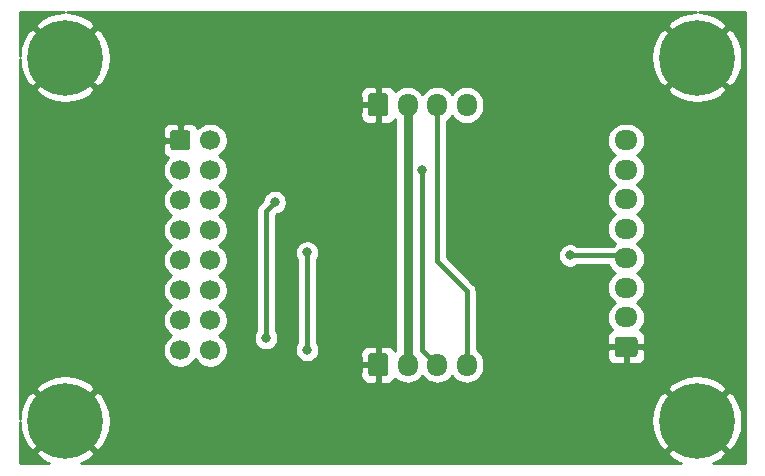
<source format=gbr>
%TF.GenerationSoftware,KiCad,Pcbnew,5.1.12-84ad8e8a86~92~ubuntu20.04.1*%
%TF.CreationDate,2022-01-08T10:03:16+01:00*%
%TF.ProjectId,message_display_interface,6d657373-6167-4655-9f64-6973706c6179,rev?*%
%TF.SameCoordinates,Original*%
%TF.FileFunction,Copper,L2,Bot*%
%TF.FilePolarity,Positive*%
%FSLAX46Y46*%
G04 Gerber Fmt 4.6, Leading zero omitted, Abs format (unit mm)*
G04 Created by KiCad (PCBNEW 5.1.12-84ad8e8a86~92~ubuntu20.04.1) date 2022-01-08 10:03:16*
%MOMM*%
%LPD*%
G01*
G04 APERTURE LIST*
%TA.AperFunction,ComponentPad*%
%ADD10C,6.400000*%
%TD*%
%TA.AperFunction,ComponentPad*%
%ADD11O,1.700000X1.950000*%
%TD*%
%TA.AperFunction,ComponentPad*%
%ADD12O,1.950000X1.700000*%
%TD*%
%TA.AperFunction,ComponentPad*%
%ADD13C,1.700000*%
%TD*%
%TA.AperFunction,ViaPad*%
%ADD14C,0.800000*%
%TD*%
%TA.AperFunction,Conductor*%
%ADD15C,0.800000*%
%TD*%
%TA.AperFunction,Conductor*%
%ADD16C,0.400000*%
%TD*%
%TA.AperFunction,Conductor*%
%ADD17C,0.254000*%
%TD*%
%TA.AperFunction,Conductor*%
%ADD18C,0.100000*%
%TD*%
G04 APERTURE END LIST*
D10*
%TO.P,H4,1*%
%TO.N,GND*%
X177750000Y-88750000D03*
%TD*%
%TO.P,H3,1*%
%TO.N,GND*%
X177750000Y-58000000D03*
%TD*%
%TO.P,H2,1*%
%TO.N,GND*%
X124250000Y-88750000D03*
%TD*%
%TO.P,H1,1*%
%TO.N,GND*%
X124250000Y-58000000D03*
%TD*%
D11*
%TO.P,J4,4*%
%TO.N,/LED_OUT*%
X158250000Y-62000000D03*
%TO.P,J4,3*%
%TO.N,Net-(J3-Pad4)*%
X155750000Y-62000000D03*
%TO.P,J4,2*%
%TO.N,VCC*%
X153250000Y-62000000D03*
%TO.P,J4,1*%
%TO.N,GND*%
%TA.AperFunction,ComponentPad*%
G36*
G01*
X149900000Y-62725000D02*
X149900000Y-61275000D01*
G75*
G02*
X150150000Y-61025000I250000J0D01*
G01*
X151350000Y-61025000D01*
G75*
G02*
X151600000Y-61275000I0J-250000D01*
G01*
X151600000Y-62725000D01*
G75*
G02*
X151350000Y-62975000I-250000J0D01*
G01*
X150150000Y-62975000D01*
G75*
G02*
X149900000Y-62725000I0J250000D01*
G01*
G37*
%TD.AperFunction*%
%TD*%
%TO.P,J3,4*%
%TO.N,Net-(J3-Pad4)*%
X158250000Y-84000000D03*
%TO.P,J3,3*%
%TO.N,/LED_IN*%
X155750000Y-84000000D03*
%TO.P,J3,2*%
%TO.N,VCC*%
X153250000Y-84000000D03*
%TO.P,J3,1*%
%TO.N,GND*%
%TA.AperFunction,ComponentPad*%
G36*
G01*
X149900000Y-84725000D02*
X149900000Y-83275000D01*
G75*
G02*
X150150000Y-83025000I250000J0D01*
G01*
X151350000Y-83025000D01*
G75*
G02*
X151600000Y-83275000I0J-250000D01*
G01*
X151600000Y-84725000D01*
G75*
G02*
X151350000Y-84975000I-250000J0D01*
G01*
X150150000Y-84975000D01*
G75*
G02*
X149900000Y-84725000I0J250000D01*
G01*
G37*
%TD.AperFunction*%
%TD*%
D12*
%TO.P,J1,8*%
%TO.N,/LED_OUT*%
X171750000Y-65000000D03*
%TO.P,J1,7*%
%TO.N,/LED_IN*%
X171750000Y-67500000D03*
%TO.P,J1,6*%
%TO.N,/MD_DOUT*%
X171750000Y-70000000D03*
%TO.P,J1,5*%
%TO.N,/MD_STROBE*%
X171750000Y-72500000D03*
%TO.P,J1,4*%
%TO.N,/MD_CLK*%
X171750000Y-75000000D03*
%TO.P,J1,3*%
%TO.N,/MD_OE*%
X171750000Y-77500000D03*
%TO.P,J1,2*%
%TO.N,VCC*%
X171750000Y-80000000D03*
%TO.P,J1,1*%
%TO.N,GND*%
%TA.AperFunction,ComponentPad*%
G36*
G01*
X172475000Y-83350000D02*
X171025000Y-83350000D01*
G75*
G02*
X170775000Y-83100000I0J250000D01*
G01*
X170775000Y-81900000D01*
G75*
G02*
X171025000Y-81650000I250000J0D01*
G01*
X172475000Y-81650000D01*
G75*
G02*
X172725000Y-81900000I0J-250000D01*
G01*
X172725000Y-83100000D01*
G75*
G02*
X172475000Y-83350000I-250000J0D01*
G01*
G37*
%TD.AperFunction*%
%TD*%
D13*
%TO.P,J2,16*%
%TO.N,/MD_DOUT*%
X136540000Y-82780000D03*
%TO.P,J2,14*%
%TO.N,Net-(J2-Pad10)*%
X136540000Y-80240000D03*
%TO.P,J2,12*%
X136540000Y-77700000D03*
%TO.P,J2,10*%
X136540000Y-75160000D03*
%TO.P,J2,8*%
%TO.N,/MD_OE*%
X136540000Y-72620000D03*
%TO.P,J2,6*%
%TO.N,Net-(J2-Pad6)*%
X136540000Y-70080000D03*
%TO.P,J2,4*%
%TO.N,Net-(J2-Pad4)*%
X136540000Y-67540000D03*
%TO.P,J2,2*%
%TO.N,VCC*%
X136540000Y-65000000D03*
%TO.P,J2,15*%
%TO.N,/MD_CLK*%
X134000000Y-82780000D03*
%TO.P,J2,13*%
%TO.N,Net-(J2-Pad10)*%
X134000000Y-80240000D03*
%TO.P,J2,11*%
X134000000Y-77700000D03*
%TO.P,J2,9*%
X134000000Y-75160000D03*
%TO.P,J2,7*%
%TO.N,/MD_STROBE*%
X134000000Y-72620000D03*
%TO.P,J2,5*%
%TO.N,Net-(J2-Pad5)*%
X134000000Y-70080000D03*
%TO.P,J2,3*%
%TO.N,Net-(J2-Pad10)*%
X134000000Y-67540000D03*
%TO.P,J2,1*%
%TO.N,GND*%
%TA.AperFunction,ComponentPad*%
G36*
G01*
X133150000Y-65600000D02*
X133150000Y-64400000D01*
G75*
G02*
X133400000Y-64150000I250000J0D01*
G01*
X134600000Y-64150000D01*
G75*
G02*
X134850000Y-64400000I0J-250000D01*
G01*
X134850000Y-65600000D01*
G75*
G02*
X134600000Y-65850000I-250000J0D01*
G01*
X133400000Y-65850000D01*
G75*
G02*
X133150000Y-65600000I0J250000D01*
G01*
G37*
%TD.AperFunction*%
%TD*%
D14*
%TO.N,/LED_IN*%
X154500000Y-67500000D03*
%TO.N,/MD_DOUT*%
X142000000Y-70250000D03*
X141250000Y-81750000D03*
%TO.N,/MD_CLK*%
X144750000Y-82750000D03*
X144750000Y-74500000D03*
X167000000Y-74750000D03*
%TD*%
D15*
%TO.N,VCC*%
X153250000Y-62000000D02*
X153250000Y-84000000D01*
D16*
%TO.N,/LED_IN*%
X154500000Y-82750000D02*
X155750000Y-84000000D01*
X154500000Y-67500000D02*
X154500000Y-82750000D01*
%TO.N,/MD_DOUT*%
X141250000Y-71000000D02*
X141250000Y-81750000D01*
X142000000Y-70250000D02*
X141250000Y-71000000D01*
%TO.N,/MD_CLK*%
X144750000Y-82750000D02*
X144750000Y-74500000D01*
X171500000Y-74750000D02*
X171750000Y-75000000D01*
X167000000Y-74750000D02*
X171500000Y-74750000D01*
%TO.N,Net-(J3-Pad4)*%
X155750000Y-62000000D02*
X155750000Y-75250000D01*
X158250000Y-77750000D02*
X158250000Y-84000000D01*
X155750000Y-75250000D02*
X158250000Y-77750000D01*
%TD*%
D17*
%TO.N,GND*%
X123522062Y-54215822D02*
X122797792Y-54430548D01*
X122129330Y-54782445D01*
X122088912Y-54809452D01*
X121728724Y-55299119D01*
X124250000Y-57820395D01*
X126771276Y-55299119D01*
X126411088Y-54809452D01*
X125747118Y-54449151D01*
X125025615Y-54225306D01*
X124402851Y-54160000D01*
X177627985Y-54160000D01*
X177022062Y-54215822D01*
X176297792Y-54430548D01*
X175629330Y-54782445D01*
X175588912Y-54809452D01*
X175228724Y-55299119D01*
X177750000Y-57820395D01*
X180271276Y-55299119D01*
X179911088Y-54809452D01*
X179247118Y-54449151D01*
X178525615Y-54225306D01*
X177902851Y-54160000D01*
X181840000Y-54160000D01*
X181840001Y-92340000D01*
X179132900Y-92340000D01*
X179202208Y-92319452D01*
X179870670Y-91967555D01*
X179911088Y-91940548D01*
X180271276Y-91450881D01*
X177750000Y-88929605D01*
X175228724Y-91450881D01*
X175588912Y-91940548D01*
X176252882Y-92300849D01*
X176379075Y-92340000D01*
X125632900Y-92340000D01*
X125702208Y-92319452D01*
X126370670Y-91967555D01*
X126411088Y-91940548D01*
X126771276Y-91450881D01*
X124250000Y-88929605D01*
X121728724Y-91450881D01*
X122088912Y-91940548D01*
X122752882Y-92300849D01*
X122879075Y-92340000D01*
X120410000Y-92340000D01*
X120410000Y-88872015D01*
X120465822Y-89477938D01*
X120680548Y-90202208D01*
X121032445Y-90870670D01*
X121059452Y-90911088D01*
X121549119Y-91271276D01*
X124070395Y-88750000D01*
X124429605Y-88750000D01*
X126950881Y-91271276D01*
X127440548Y-90911088D01*
X127800849Y-90247118D01*
X128024694Y-89525615D01*
X128103480Y-88774305D01*
X128099002Y-88725695D01*
X173896520Y-88725695D01*
X173965822Y-89477938D01*
X174180548Y-90202208D01*
X174532445Y-90870670D01*
X174559452Y-90911088D01*
X175049119Y-91271276D01*
X177570395Y-88750000D01*
X177929605Y-88750000D01*
X180450881Y-91271276D01*
X180940548Y-90911088D01*
X181300849Y-90247118D01*
X181524694Y-89525615D01*
X181603480Y-88774305D01*
X181534178Y-88022062D01*
X181319452Y-87297792D01*
X180967555Y-86629330D01*
X180940548Y-86588912D01*
X180450881Y-86228724D01*
X177929605Y-88750000D01*
X177570395Y-88750000D01*
X175049119Y-86228724D01*
X174559452Y-86588912D01*
X174199151Y-87252882D01*
X173975306Y-87974385D01*
X173896520Y-88725695D01*
X128099002Y-88725695D01*
X128034178Y-88022062D01*
X127819452Y-87297792D01*
X127467555Y-86629330D01*
X127440548Y-86588912D01*
X126950881Y-86228724D01*
X124429605Y-88750000D01*
X124070395Y-88750000D01*
X121549119Y-86228724D01*
X121059452Y-86588912D01*
X120699151Y-87252882D01*
X120475306Y-87974385D01*
X120410000Y-88597149D01*
X120410000Y-86049119D01*
X121728724Y-86049119D01*
X124250000Y-88570395D01*
X126771276Y-86049119D01*
X175228724Y-86049119D01*
X177750000Y-88570395D01*
X180271276Y-86049119D01*
X179911088Y-85559452D01*
X179247118Y-85199151D01*
X178525615Y-84975306D01*
X177774305Y-84896520D01*
X177022062Y-84965822D01*
X176297792Y-85180548D01*
X175629330Y-85532445D01*
X175588912Y-85559452D01*
X175228724Y-86049119D01*
X126771276Y-86049119D01*
X126411088Y-85559452D01*
X125747118Y-85199151D01*
X125025615Y-84975306D01*
X125022697Y-84975000D01*
X149261928Y-84975000D01*
X149274188Y-85099482D01*
X149310498Y-85219180D01*
X149369463Y-85329494D01*
X149448815Y-85426185D01*
X149545506Y-85505537D01*
X149655820Y-85564502D01*
X149775518Y-85600812D01*
X149900000Y-85613072D01*
X150464250Y-85610000D01*
X150623000Y-85451250D01*
X150623000Y-84127000D01*
X149423750Y-84127000D01*
X149265000Y-84285750D01*
X149261928Y-84975000D01*
X125022697Y-84975000D01*
X124274305Y-84896520D01*
X123522062Y-84965822D01*
X122797792Y-85180548D01*
X122129330Y-85532445D01*
X122088912Y-85559452D01*
X121728724Y-86049119D01*
X120410000Y-86049119D01*
X120410000Y-65850000D01*
X132511928Y-65850000D01*
X132524188Y-65974482D01*
X132560498Y-66094180D01*
X132619463Y-66204494D01*
X132698815Y-66301185D01*
X132795506Y-66380537D01*
X132905820Y-66439502D01*
X132978380Y-66461513D01*
X132846525Y-66593368D01*
X132684010Y-66836589D01*
X132572068Y-67106842D01*
X132515000Y-67393740D01*
X132515000Y-67686260D01*
X132572068Y-67973158D01*
X132684010Y-68243411D01*
X132846525Y-68486632D01*
X133053368Y-68693475D01*
X133227760Y-68810000D01*
X133053368Y-68926525D01*
X132846525Y-69133368D01*
X132684010Y-69376589D01*
X132572068Y-69646842D01*
X132515000Y-69933740D01*
X132515000Y-70226260D01*
X132572068Y-70513158D01*
X132684010Y-70783411D01*
X132846525Y-71026632D01*
X133053368Y-71233475D01*
X133227760Y-71350000D01*
X133053368Y-71466525D01*
X132846525Y-71673368D01*
X132684010Y-71916589D01*
X132572068Y-72186842D01*
X132515000Y-72473740D01*
X132515000Y-72766260D01*
X132572068Y-73053158D01*
X132684010Y-73323411D01*
X132846525Y-73566632D01*
X133053368Y-73773475D01*
X133227760Y-73890000D01*
X133053368Y-74006525D01*
X132846525Y-74213368D01*
X132684010Y-74456589D01*
X132572068Y-74726842D01*
X132515000Y-75013740D01*
X132515000Y-75306260D01*
X132572068Y-75593158D01*
X132684010Y-75863411D01*
X132846525Y-76106632D01*
X133053368Y-76313475D01*
X133227760Y-76430000D01*
X133053368Y-76546525D01*
X132846525Y-76753368D01*
X132684010Y-76996589D01*
X132572068Y-77266842D01*
X132515000Y-77553740D01*
X132515000Y-77846260D01*
X132572068Y-78133158D01*
X132684010Y-78403411D01*
X132846525Y-78646632D01*
X133053368Y-78853475D01*
X133227760Y-78970000D01*
X133053368Y-79086525D01*
X132846525Y-79293368D01*
X132684010Y-79536589D01*
X132572068Y-79806842D01*
X132515000Y-80093740D01*
X132515000Y-80386260D01*
X132572068Y-80673158D01*
X132684010Y-80943411D01*
X132846525Y-81186632D01*
X133053368Y-81393475D01*
X133227760Y-81510000D01*
X133053368Y-81626525D01*
X132846525Y-81833368D01*
X132684010Y-82076589D01*
X132572068Y-82346842D01*
X132515000Y-82633740D01*
X132515000Y-82926260D01*
X132572068Y-83213158D01*
X132684010Y-83483411D01*
X132846525Y-83726632D01*
X133053368Y-83933475D01*
X133296589Y-84095990D01*
X133566842Y-84207932D01*
X133853740Y-84265000D01*
X134146260Y-84265000D01*
X134433158Y-84207932D01*
X134703411Y-84095990D01*
X134946632Y-83933475D01*
X135153475Y-83726632D01*
X135270000Y-83552240D01*
X135386525Y-83726632D01*
X135593368Y-83933475D01*
X135836589Y-84095990D01*
X136106842Y-84207932D01*
X136393740Y-84265000D01*
X136686260Y-84265000D01*
X136973158Y-84207932D01*
X137243411Y-84095990D01*
X137486632Y-83933475D01*
X137693475Y-83726632D01*
X137855990Y-83483411D01*
X137967932Y-83213158D01*
X138025000Y-82926260D01*
X138025000Y-82633740D01*
X137967932Y-82346842D01*
X137855990Y-82076589D01*
X137693475Y-81833368D01*
X137508168Y-81648061D01*
X140215000Y-81648061D01*
X140215000Y-81851939D01*
X140254774Y-82051898D01*
X140332795Y-82240256D01*
X140446063Y-82409774D01*
X140590226Y-82553937D01*
X140759744Y-82667205D01*
X140948102Y-82745226D01*
X141148061Y-82785000D01*
X141351939Y-82785000D01*
X141551898Y-82745226D01*
X141740256Y-82667205D01*
X141909774Y-82553937D01*
X142053937Y-82409774D01*
X142167205Y-82240256D01*
X142245226Y-82051898D01*
X142285000Y-81851939D01*
X142285000Y-81648061D01*
X142245226Y-81448102D01*
X142167205Y-81259744D01*
X142085000Y-81136715D01*
X142085000Y-74398061D01*
X143715000Y-74398061D01*
X143715000Y-74601939D01*
X143754774Y-74801898D01*
X143832795Y-74990256D01*
X143915001Y-75113286D01*
X143915000Y-82136715D01*
X143832795Y-82259744D01*
X143754774Y-82448102D01*
X143715000Y-82648061D01*
X143715000Y-82851939D01*
X143754774Y-83051898D01*
X143832795Y-83240256D01*
X143946063Y-83409774D01*
X144090226Y-83553937D01*
X144259744Y-83667205D01*
X144448102Y-83745226D01*
X144648061Y-83785000D01*
X144851939Y-83785000D01*
X145051898Y-83745226D01*
X145240256Y-83667205D01*
X145409774Y-83553937D01*
X145553937Y-83409774D01*
X145667205Y-83240256D01*
X145745226Y-83051898D01*
X145750576Y-83025000D01*
X149261928Y-83025000D01*
X149265000Y-83714250D01*
X149423750Y-83873000D01*
X150623000Y-83873000D01*
X150623000Y-82548750D01*
X150464250Y-82390000D01*
X149900000Y-82386928D01*
X149775518Y-82399188D01*
X149655820Y-82435498D01*
X149545506Y-82494463D01*
X149448815Y-82573815D01*
X149369463Y-82670506D01*
X149310498Y-82780820D01*
X149274188Y-82900518D01*
X149261928Y-83025000D01*
X145750576Y-83025000D01*
X145785000Y-82851939D01*
X145785000Y-82648061D01*
X145745226Y-82448102D01*
X145667205Y-82259744D01*
X145585000Y-82136715D01*
X145585000Y-75113285D01*
X145667205Y-74990256D01*
X145745226Y-74801898D01*
X145785000Y-74601939D01*
X145785000Y-74398061D01*
X145745226Y-74198102D01*
X145667205Y-74009744D01*
X145553937Y-73840226D01*
X145409774Y-73696063D01*
X145240256Y-73582795D01*
X145051898Y-73504774D01*
X144851939Y-73465000D01*
X144648061Y-73465000D01*
X144448102Y-73504774D01*
X144259744Y-73582795D01*
X144090226Y-73696063D01*
X143946063Y-73840226D01*
X143832795Y-74009744D01*
X143754774Y-74198102D01*
X143715000Y-74398061D01*
X142085000Y-74398061D01*
X142085000Y-71345867D01*
X142156775Y-71274093D01*
X142301898Y-71245226D01*
X142490256Y-71167205D01*
X142659774Y-71053937D01*
X142803937Y-70909774D01*
X142917205Y-70740256D01*
X142995226Y-70551898D01*
X143035000Y-70351939D01*
X143035000Y-70148061D01*
X142995226Y-69948102D01*
X142917205Y-69759744D01*
X142803937Y-69590226D01*
X142659774Y-69446063D01*
X142490256Y-69332795D01*
X142301898Y-69254774D01*
X142101939Y-69215000D01*
X141898061Y-69215000D01*
X141698102Y-69254774D01*
X141509744Y-69332795D01*
X141340226Y-69446063D01*
X141196063Y-69590226D01*
X141082795Y-69759744D01*
X141004774Y-69948102D01*
X140975907Y-70093225D01*
X140688578Y-70380554D01*
X140656709Y-70406709D01*
X140552365Y-70533854D01*
X140552364Y-70533855D01*
X140474828Y-70678914D01*
X140427082Y-70836312D01*
X140410960Y-71000000D01*
X140415000Y-71041019D01*
X140415001Y-81136714D01*
X140332795Y-81259744D01*
X140254774Y-81448102D01*
X140215000Y-81648061D01*
X137508168Y-81648061D01*
X137486632Y-81626525D01*
X137312240Y-81510000D01*
X137486632Y-81393475D01*
X137693475Y-81186632D01*
X137855990Y-80943411D01*
X137967932Y-80673158D01*
X138025000Y-80386260D01*
X138025000Y-80093740D01*
X137967932Y-79806842D01*
X137855990Y-79536589D01*
X137693475Y-79293368D01*
X137486632Y-79086525D01*
X137312240Y-78970000D01*
X137486632Y-78853475D01*
X137693475Y-78646632D01*
X137855990Y-78403411D01*
X137967932Y-78133158D01*
X138025000Y-77846260D01*
X138025000Y-77553740D01*
X137967932Y-77266842D01*
X137855990Y-76996589D01*
X137693475Y-76753368D01*
X137486632Y-76546525D01*
X137312240Y-76430000D01*
X137486632Y-76313475D01*
X137693475Y-76106632D01*
X137855990Y-75863411D01*
X137967932Y-75593158D01*
X138025000Y-75306260D01*
X138025000Y-75013740D01*
X137967932Y-74726842D01*
X137855990Y-74456589D01*
X137693475Y-74213368D01*
X137486632Y-74006525D01*
X137312240Y-73890000D01*
X137486632Y-73773475D01*
X137693475Y-73566632D01*
X137855990Y-73323411D01*
X137967932Y-73053158D01*
X138025000Y-72766260D01*
X138025000Y-72473740D01*
X137967932Y-72186842D01*
X137855990Y-71916589D01*
X137693475Y-71673368D01*
X137486632Y-71466525D01*
X137312240Y-71350000D01*
X137486632Y-71233475D01*
X137693475Y-71026632D01*
X137855990Y-70783411D01*
X137967932Y-70513158D01*
X138025000Y-70226260D01*
X138025000Y-69933740D01*
X137967932Y-69646842D01*
X137855990Y-69376589D01*
X137693475Y-69133368D01*
X137486632Y-68926525D01*
X137312240Y-68810000D01*
X137486632Y-68693475D01*
X137693475Y-68486632D01*
X137855990Y-68243411D01*
X137967932Y-67973158D01*
X138025000Y-67686260D01*
X138025000Y-67393740D01*
X137967932Y-67106842D01*
X137855990Y-66836589D01*
X137693475Y-66593368D01*
X137486632Y-66386525D01*
X137312240Y-66270000D01*
X137486632Y-66153475D01*
X137693475Y-65946632D01*
X137855990Y-65703411D01*
X137967932Y-65433158D01*
X138025000Y-65146260D01*
X138025000Y-64853740D01*
X137967932Y-64566842D01*
X137855990Y-64296589D01*
X137693475Y-64053368D01*
X137486632Y-63846525D01*
X137243411Y-63684010D01*
X136973158Y-63572068D01*
X136686260Y-63515000D01*
X136393740Y-63515000D01*
X136106842Y-63572068D01*
X135836589Y-63684010D01*
X135593368Y-63846525D01*
X135461513Y-63978380D01*
X135439502Y-63905820D01*
X135380537Y-63795506D01*
X135301185Y-63698815D01*
X135204494Y-63619463D01*
X135094180Y-63560498D01*
X134974482Y-63524188D01*
X134850000Y-63511928D01*
X134285750Y-63515000D01*
X134127000Y-63673750D01*
X134127000Y-64873000D01*
X134147000Y-64873000D01*
X134147000Y-65127000D01*
X134127000Y-65127000D01*
X134127000Y-65147000D01*
X133873000Y-65147000D01*
X133873000Y-65127000D01*
X132673750Y-65127000D01*
X132515000Y-65285750D01*
X132511928Y-65850000D01*
X120410000Y-65850000D01*
X120410000Y-64150000D01*
X132511928Y-64150000D01*
X132515000Y-64714250D01*
X132673750Y-64873000D01*
X133873000Y-64873000D01*
X133873000Y-63673750D01*
X133714250Y-63515000D01*
X133150000Y-63511928D01*
X133025518Y-63524188D01*
X132905820Y-63560498D01*
X132795506Y-63619463D01*
X132698815Y-63698815D01*
X132619463Y-63795506D01*
X132560498Y-63905820D01*
X132524188Y-64025518D01*
X132511928Y-64150000D01*
X120410000Y-64150000D01*
X120410000Y-62975000D01*
X149261928Y-62975000D01*
X149274188Y-63099482D01*
X149310498Y-63219180D01*
X149369463Y-63329494D01*
X149448815Y-63426185D01*
X149545506Y-63505537D01*
X149655820Y-63564502D01*
X149775518Y-63600812D01*
X149900000Y-63613072D01*
X150464250Y-63610000D01*
X150623000Y-63451250D01*
X150623000Y-62127000D01*
X149423750Y-62127000D01*
X149265000Y-62285750D01*
X149261928Y-62975000D01*
X120410000Y-62975000D01*
X120410000Y-60700881D01*
X121728724Y-60700881D01*
X122088912Y-61190548D01*
X122752882Y-61550849D01*
X123474385Y-61774694D01*
X124225695Y-61853480D01*
X124977938Y-61784178D01*
X125702208Y-61569452D01*
X126370670Y-61217555D01*
X126411088Y-61190548D01*
X126532861Y-61025000D01*
X149261928Y-61025000D01*
X149265000Y-61714250D01*
X149423750Y-61873000D01*
X150623000Y-61873000D01*
X150623000Y-60548750D01*
X150877000Y-60548750D01*
X150877000Y-61873000D01*
X150897000Y-61873000D01*
X150897000Y-62127000D01*
X150877000Y-62127000D01*
X150877000Y-63451250D01*
X151035750Y-63610000D01*
X151600000Y-63613072D01*
X151724482Y-63600812D01*
X151844180Y-63564502D01*
X151954494Y-63505537D01*
X152051185Y-63426185D01*
X152130537Y-63329494D01*
X152189502Y-63219180D01*
X152200055Y-63184392D01*
X152215000Y-63196658D01*
X152215001Y-82803342D01*
X152200055Y-82815608D01*
X152189502Y-82780820D01*
X152130537Y-82670506D01*
X152051185Y-82573815D01*
X151954494Y-82494463D01*
X151844180Y-82435498D01*
X151724482Y-82399188D01*
X151600000Y-82386928D01*
X151035750Y-82390000D01*
X150877000Y-82548750D01*
X150877000Y-83873000D01*
X150897000Y-83873000D01*
X150897000Y-84127000D01*
X150877000Y-84127000D01*
X150877000Y-85451250D01*
X151035750Y-85610000D01*
X151600000Y-85613072D01*
X151724482Y-85600812D01*
X151844180Y-85564502D01*
X151954494Y-85505537D01*
X152051185Y-85426185D01*
X152130537Y-85329494D01*
X152189502Y-85219180D01*
X152200055Y-85184392D01*
X152420987Y-85365706D01*
X152678967Y-85503599D01*
X152958890Y-85588513D01*
X153250000Y-85617185D01*
X153541111Y-85588513D01*
X153821034Y-85503599D01*
X154079014Y-85365706D01*
X154305134Y-85180134D01*
X154490706Y-84954014D01*
X154500000Y-84936626D01*
X154509294Y-84954014D01*
X154694866Y-85180134D01*
X154920987Y-85365706D01*
X155178967Y-85503599D01*
X155458890Y-85588513D01*
X155750000Y-85617185D01*
X156041111Y-85588513D01*
X156321034Y-85503599D01*
X156579014Y-85365706D01*
X156805134Y-85180134D01*
X156990706Y-84954014D01*
X157000000Y-84936626D01*
X157009294Y-84954014D01*
X157194866Y-85180134D01*
X157420987Y-85365706D01*
X157678967Y-85503599D01*
X157958890Y-85588513D01*
X158250000Y-85617185D01*
X158541111Y-85588513D01*
X158821034Y-85503599D01*
X159079014Y-85365706D01*
X159305134Y-85180134D01*
X159490706Y-84954014D01*
X159628599Y-84696033D01*
X159713513Y-84416110D01*
X159735000Y-84197949D01*
X159735000Y-83802050D01*
X159713513Y-83583889D01*
X159642564Y-83350000D01*
X170136928Y-83350000D01*
X170149188Y-83474482D01*
X170185498Y-83594180D01*
X170244463Y-83704494D01*
X170323815Y-83801185D01*
X170420506Y-83880537D01*
X170530820Y-83939502D01*
X170650518Y-83975812D01*
X170775000Y-83988072D01*
X171464250Y-83985000D01*
X171623000Y-83826250D01*
X171623000Y-82627000D01*
X171877000Y-82627000D01*
X171877000Y-83826250D01*
X172035750Y-83985000D01*
X172725000Y-83988072D01*
X172849482Y-83975812D01*
X172969180Y-83939502D01*
X173079494Y-83880537D01*
X173176185Y-83801185D01*
X173255537Y-83704494D01*
X173314502Y-83594180D01*
X173350812Y-83474482D01*
X173363072Y-83350000D01*
X173360000Y-82785750D01*
X173201250Y-82627000D01*
X171877000Y-82627000D01*
X171623000Y-82627000D01*
X170298750Y-82627000D01*
X170140000Y-82785750D01*
X170136928Y-83350000D01*
X159642564Y-83350000D01*
X159628599Y-83303966D01*
X159490706Y-83045986D01*
X159305134Y-82819866D01*
X159085000Y-82639207D01*
X159085000Y-77791018D01*
X159089040Y-77750000D01*
X159072918Y-77586311D01*
X159025172Y-77428913D01*
X158947636Y-77283854D01*
X158869439Y-77188570D01*
X158869437Y-77188568D01*
X158843291Y-77156709D01*
X158811433Y-77130564D01*
X156585000Y-74904133D01*
X156585000Y-74648061D01*
X165965000Y-74648061D01*
X165965000Y-74851939D01*
X166004774Y-75051898D01*
X166082795Y-75240256D01*
X166196063Y-75409774D01*
X166340226Y-75553937D01*
X166509744Y-75667205D01*
X166698102Y-75745226D01*
X166898061Y-75785000D01*
X167101939Y-75785000D01*
X167301898Y-75745226D01*
X167490256Y-75667205D01*
X167613285Y-75585000D01*
X170253866Y-75585000D01*
X170384294Y-75829014D01*
X170569866Y-76055134D01*
X170795986Y-76240706D01*
X170813374Y-76250000D01*
X170795986Y-76259294D01*
X170569866Y-76444866D01*
X170384294Y-76670986D01*
X170246401Y-76928966D01*
X170161487Y-77208889D01*
X170132815Y-77500000D01*
X170161487Y-77791111D01*
X170246401Y-78071034D01*
X170384294Y-78329014D01*
X170569866Y-78555134D01*
X170795986Y-78740706D01*
X170813374Y-78750000D01*
X170795986Y-78759294D01*
X170569866Y-78944866D01*
X170384294Y-79170986D01*
X170246401Y-79428966D01*
X170161487Y-79708889D01*
X170132815Y-80000000D01*
X170161487Y-80291111D01*
X170246401Y-80571034D01*
X170384294Y-80829014D01*
X170565608Y-81049945D01*
X170530820Y-81060498D01*
X170420506Y-81119463D01*
X170323815Y-81198815D01*
X170244463Y-81295506D01*
X170185498Y-81405820D01*
X170149188Y-81525518D01*
X170136928Y-81650000D01*
X170140000Y-82214250D01*
X170298750Y-82373000D01*
X171623000Y-82373000D01*
X171623000Y-82353000D01*
X171877000Y-82353000D01*
X171877000Y-82373000D01*
X173201250Y-82373000D01*
X173360000Y-82214250D01*
X173363072Y-81650000D01*
X173350812Y-81525518D01*
X173314502Y-81405820D01*
X173255537Y-81295506D01*
X173176185Y-81198815D01*
X173079494Y-81119463D01*
X172969180Y-81060498D01*
X172934392Y-81049945D01*
X173115706Y-80829014D01*
X173253599Y-80571034D01*
X173338513Y-80291111D01*
X173367185Y-80000000D01*
X173338513Y-79708889D01*
X173253599Y-79428966D01*
X173115706Y-79170986D01*
X172930134Y-78944866D01*
X172704014Y-78759294D01*
X172686626Y-78750000D01*
X172704014Y-78740706D01*
X172930134Y-78555134D01*
X173115706Y-78329014D01*
X173253599Y-78071034D01*
X173338513Y-77791111D01*
X173367185Y-77500000D01*
X173338513Y-77208889D01*
X173253599Y-76928966D01*
X173115706Y-76670986D01*
X172930134Y-76444866D01*
X172704014Y-76259294D01*
X172686626Y-76250000D01*
X172704014Y-76240706D01*
X172930134Y-76055134D01*
X173115706Y-75829014D01*
X173253599Y-75571034D01*
X173338513Y-75291111D01*
X173367185Y-75000000D01*
X173338513Y-74708889D01*
X173253599Y-74428966D01*
X173115706Y-74170986D01*
X172930134Y-73944866D01*
X172704014Y-73759294D01*
X172686626Y-73750000D01*
X172704014Y-73740706D01*
X172930134Y-73555134D01*
X173115706Y-73329014D01*
X173253599Y-73071034D01*
X173338513Y-72791111D01*
X173367185Y-72500000D01*
X173338513Y-72208889D01*
X173253599Y-71928966D01*
X173115706Y-71670986D01*
X172930134Y-71444866D01*
X172704014Y-71259294D01*
X172686626Y-71250000D01*
X172704014Y-71240706D01*
X172930134Y-71055134D01*
X173115706Y-70829014D01*
X173253599Y-70571034D01*
X173338513Y-70291111D01*
X173367185Y-70000000D01*
X173338513Y-69708889D01*
X173253599Y-69428966D01*
X173115706Y-69170986D01*
X172930134Y-68944866D01*
X172704014Y-68759294D01*
X172686626Y-68750000D01*
X172704014Y-68740706D01*
X172930134Y-68555134D01*
X173115706Y-68329014D01*
X173253599Y-68071034D01*
X173338513Y-67791111D01*
X173367185Y-67500000D01*
X173338513Y-67208889D01*
X173253599Y-66928966D01*
X173115706Y-66670986D01*
X172930134Y-66444866D01*
X172704014Y-66259294D01*
X172686626Y-66250000D01*
X172704014Y-66240706D01*
X172930134Y-66055134D01*
X173115706Y-65829014D01*
X173253599Y-65571034D01*
X173338513Y-65291111D01*
X173367185Y-65000000D01*
X173338513Y-64708889D01*
X173253599Y-64428966D01*
X173115706Y-64170986D01*
X172930134Y-63944866D01*
X172704014Y-63759294D01*
X172446034Y-63621401D01*
X172166111Y-63536487D01*
X171947950Y-63515000D01*
X171552050Y-63515000D01*
X171333889Y-63536487D01*
X171053966Y-63621401D01*
X170795986Y-63759294D01*
X170569866Y-63944866D01*
X170384294Y-64170986D01*
X170246401Y-64428966D01*
X170161487Y-64708889D01*
X170132815Y-65000000D01*
X170161487Y-65291111D01*
X170246401Y-65571034D01*
X170384294Y-65829014D01*
X170569866Y-66055134D01*
X170795986Y-66240706D01*
X170813374Y-66250000D01*
X170795986Y-66259294D01*
X170569866Y-66444866D01*
X170384294Y-66670986D01*
X170246401Y-66928966D01*
X170161487Y-67208889D01*
X170132815Y-67500000D01*
X170161487Y-67791111D01*
X170246401Y-68071034D01*
X170384294Y-68329014D01*
X170569866Y-68555134D01*
X170795986Y-68740706D01*
X170813374Y-68750000D01*
X170795986Y-68759294D01*
X170569866Y-68944866D01*
X170384294Y-69170986D01*
X170246401Y-69428966D01*
X170161487Y-69708889D01*
X170132815Y-70000000D01*
X170161487Y-70291111D01*
X170246401Y-70571034D01*
X170384294Y-70829014D01*
X170569866Y-71055134D01*
X170795986Y-71240706D01*
X170813374Y-71250000D01*
X170795986Y-71259294D01*
X170569866Y-71444866D01*
X170384294Y-71670986D01*
X170246401Y-71928966D01*
X170161487Y-72208889D01*
X170132815Y-72500000D01*
X170161487Y-72791111D01*
X170246401Y-73071034D01*
X170384294Y-73329014D01*
X170569866Y-73555134D01*
X170795986Y-73740706D01*
X170813374Y-73750000D01*
X170795986Y-73759294D01*
X170606258Y-73915000D01*
X167613285Y-73915000D01*
X167490256Y-73832795D01*
X167301898Y-73754774D01*
X167101939Y-73715000D01*
X166898061Y-73715000D01*
X166698102Y-73754774D01*
X166509744Y-73832795D01*
X166340226Y-73946063D01*
X166196063Y-74090226D01*
X166082795Y-74259744D01*
X166004774Y-74448102D01*
X165965000Y-74648061D01*
X156585000Y-74648061D01*
X156585000Y-63360793D01*
X156805134Y-63180134D01*
X156990706Y-62954014D01*
X157000000Y-62936626D01*
X157009294Y-62954014D01*
X157194866Y-63180134D01*
X157420987Y-63365706D01*
X157678967Y-63503599D01*
X157958890Y-63588513D01*
X158250000Y-63617185D01*
X158541111Y-63588513D01*
X158821034Y-63503599D01*
X159079014Y-63365706D01*
X159305134Y-63180134D01*
X159490706Y-62954014D01*
X159628599Y-62696033D01*
X159713513Y-62416110D01*
X159735000Y-62197949D01*
X159735000Y-61802050D01*
X159713513Y-61583889D01*
X159628599Y-61303966D01*
X159490706Y-61045986D01*
X159305134Y-60819866D01*
X159160150Y-60700881D01*
X175228724Y-60700881D01*
X175588912Y-61190548D01*
X176252882Y-61550849D01*
X176974385Y-61774694D01*
X177725695Y-61853480D01*
X178477938Y-61784178D01*
X179202208Y-61569452D01*
X179870670Y-61217555D01*
X179911088Y-61190548D01*
X180271276Y-60700881D01*
X177750000Y-58179605D01*
X175228724Y-60700881D01*
X159160150Y-60700881D01*
X159079013Y-60634294D01*
X158821033Y-60496401D01*
X158541110Y-60411487D01*
X158250000Y-60382815D01*
X157958889Y-60411487D01*
X157678966Y-60496401D01*
X157420986Y-60634294D01*
X157194866Y-60819866D01*
X157009294Y-61045987D01*
X157000000Y-61063374D01*
X156990706Y-61045986D01*
X156805134Y-60819866D01*
X156579013Y-60634294D01*
X156321033Y-60496401D01*
X156041110Y-60411487D01*
X155750000Y-60382815D01*
X155458889Y-60411487D01*
X155178966Y-60496401D01*
X154920986Y-60634294D01*
X154694866Y-60819866D01*
X154509294Y-61045987D01*
X154500000Y-61063374D01*
X154490706Y-61045986D01*
X154305134Y-60819866D01*
X154079013Y-60634294D01*
X153821033Y-60496401D01*
X153541110Y-60411487D01*
X153250000Y-60382815D01*
X152958889Y-60411487D01*
X152678966Y-60496401D01*
X152420986Y-60634294D01*
X152200055Y-60815608D01*
X152189502Y-60780820D01*
X152130537Y-60670506D01*
X152051185Y-60573815D01*
X151954494Y-60494463D01*
X151844180Y-60435498D01*
X151724482Y-60399188D01*
X151600000Y-60386928D01*
X151035750Y-60390000D01*
X150877000Y-60548750D01*
X150623000Y-60548750D01*
X150464250Y-60390000D01*
X149900000Y-60386928D01*
X149775518Y-60399188D01*
X149655820Y-60435498D01*
X149545506Y-60494463D01*
X149448815Y-60573815D01*
X149369463Y-60670506D01*
X149310498Y-60780820D01*
X149274188Y-60900518D01*
X149261928Y-61025000D01*
X126532861Y-61025000D01*
X126771276Y-60700881D01*
X124250000Y-58179605D01*
X121728724Y-60700881D01*
X120410000Y-60700881D01*
X120410000Y-58122015D01*
X120465822Y-58727938D01*
X120680548Y-59452208D01*
X121032445Y-60120670D01*
X121059452Y-60161088D01*
X121549119Y-60521276D01*
X124070395Y-58000000D01*
X124429605Y-58000000D01*
X126950881Y-60521276D01*
X127440548Y-60161088D01*
X127800849Y-59497118D01*
X128024694Y-58775615D01*
X128103480Y-58024305D01*
X128099002Y-57975695D01*
X173896520Y-57975695D01*
X173965822Y-58727938D01*
X174180548Y-59452208D01*
X174532445Y-60120670D01*
X174559452Y-60161088D01*
X175049119Y-60521276D01*
X177570395Y-58000000D01*
X177929605Y-58000000D01*
X180450881Y-60521276D01*
X180940548Y-60161088D01*
X181300849Y-59497118D01*
X181524694Y-58775615D01*
X181603480Y-58024305D01*
X181534178Y-57272062D01*
X181319452Y-56547792D01*
X180967555Y-55879330D01*
X180940548Y-55838912D01*
X180450881Y-55478724D01*
X177929605Y-58000000D01*
X177570395Y-58000000D01*
X175049119Y-55478724D01*
X174559452Y-55838912D01*
X174199151Y-56502882D01*
X173975306Y-57224385D01*
X173896520Y-57975695D01*
X128099002Y-57975695D01*
X128034178Y-57272062D01*
X127819452Y-56547792D01*
X127467555Y-55879330D01*
X127440548Y-55838912D01*
X126950881Y-55478724D01*
X124429605Y-58000000D01*
X124070395Y-58000000D01*
X121549119Y-55478724D01*
X121059452Y-55838912D01*
X120699151Y-56502882D01*
X120475306Y-57224385D01*
X120410000Y-57847149D01*
X120410000Y-54160000D01*
X124127985Y-54160000D01*
X123522062Y-54215822D01*
%TA.AperFunction,Conductor*%
D18*
G36*
X123522062Y-54215822D02*
G01*
X122797792Y-54430548D01*
X122129330Y-54782445D01*
X122088912Y-54809452D01*
X121728724Y-55299119D01*
X124250000Y-57820395D01*
X126771276Y-55299119D01*
X126411088Y-54809452D01*
X125747118Y-54449151D01*
X125025615Y-54225306D01*
X124402851Y-54160000D01*
X177627985Y-54160000D01*
X177022062Y-54215822D01*
X176297792Y-54430548D01*
X175629330Y-54782445D01*
X175588912Y-54809452D01*
X175228724Y-55299119D01*
X177750000Y-57820395D01*
X180271276Y-55299119D01*
X179911088Y-54809452D01*
X179247118Y-54449151D01*
X178525615Y-54225306D01*
X177902851Y-54160000D01*
X181840000Y-54160000D01*
X181840001Y-92340000D01*
X179132900Y-92340000D01*
X179202208Y-92319452D01*
X179870670Y-91967555D01*
X179911088Y-91940548D01*
X180271276Y-91450881D01*
X177750000Y-88929605D01*
X175228724Y-91450881D01*
X175588912Y-91940548D01*
X176252882Y-92300849D01*
X176379075Y-92340000D01*
X125632900Y-92340000D01*
X125702208Y-92319452D01*
X126370670Y-91967555D01*
X126411088Y-91940548D01*
X126771276Y-91450881D01*
X124250000Y-88929605D01*
X121728724Y-91450881D01*
X122088912Y-91940548D01*
X122752882Y-92300849D01*
X122879075Y-92340000D01*
X120410000Y-92340000D01*
X120410000Y-88872015D01*
X120465822Y-89477938D01*
X120680548Y-90202208D01*
X121032445Y-90870670D01*
X121059452Y-90911088D01*
X121549119Y-91271276D01*
X124070395Y-88750000D01*
X124429605Y-88750000D01*
X126950881Y-91271276D01*
X127440548Y-90911088D01*
X127800849Y-90247118D01*
X128024694Y-89525615D01*
X128103480Y-88774305D01*
X128099002Y-88725695D01*
X173896520Y-88725695D01*
X173965822Y-89477938D01*
X174180548Y-90202208D01*
X174532445Y-90870670D01*
X174559452Y-90911088D01*
X175049119Y-91271276D01*
X177570395Y-88750000D01*
X177929605Y-88750000D01*
X180450881Y-91271276D01*
X180940548Y-90911088D01*
X181300849Y-90247118D01*
X181524694Y-89525615D01*
X181603480Y-88774305D01*
X181534178Y-88022062D01*
X181319452Y-87297792D01*
X180967555Y-86629330D01*
X180940548Y-86588912D01*
X180450881Y-86228724D01*
X177929605Y-88750000D01*
X177570395Y-88750000D01*
X175049119Y-86228724D01*
X174559452Y-86588912D01*
X174199151Y-87252882D01*
X173975306Y-87974385D01*
X173896520Y-88725695D01*
X128099002Y-88725695D01*
X128034178Y-88022062D01*
X127819452Y-87297792D01*
X127467555Y-86629330D01*
X127440548Y-86588912D01*
X126950881Y-86228724D01*
X124429605Y-88750000D01*
X124070395Y-88750000D01*
X121549119Y-86228724D01*
X121059452Y-86588912D01*
X120699151Y-87252882D01*
X120475306Y-87974385D01*
X120410000Y-88597149D01*
X120410000Y-86049119D01*
X121728724Y-86049119D01*
X124250000Y-88570395D01*
X126771276Y-86049119D01*
X175228724Y-86049119D01*
X177750000Y-88570395D01*
X180271276Y-86049119D01*
X179911088Y-85559452D01*
X179247118Y-85199151D01*
X178525615Y-84975306D01*
X177774305Y-84896520D01*
X177022062Y-84965822D01*
X176297792Y-85180548D01*
X175629330Y-85532445D01*
X175588912Y-85559452D01*
X175228724Y-86049119D01*
X126771276Y-86049119D01*
X126411088Y-85559452D01*
X125747118Y-85199151D01*
X125025615Y-84975306D01*
X125022697Y-84975000D01*
X149261928Y-84975000D01*
X149274188Y-85099482D01*
X149310498Y-85219180D01*
X149369463Y-85329494D01*
X149448815Y-85426185D01*
X149545506Y-85505537D01*
X149655820Y-85564502D01*
X149775518Y-85600812D01*
X149900000Y-85613072D01*
X150464250Y-85610000D01*
X150623000Y-85451250D01*
X150623000Y-84127000D01*
X149423750Y-84127000D01*
X149265000Y-84285750D01*
X149261928Y-84975000D01*
X125022697Y-84975000D01*
X124274305Y-84896520D01*
X123522062Y-84965822D01*
X122797792Y-85180548D01*
X122129330Y-85532445D01*
X122088912Y-85559452D01*
X121728724Y-86049119D01*
X120410000Y-86049119D01*
X120410000Y-65850000D01*
X132511928Y-65850000D01*
X132524188Y-65974482D01*
X132560498Y-66094180D01*
X132619463Y-66204494D01*
X132698815Y-66301185D01*
X132795506Y-66380537D01*
X132905820Y-66439502D01*
X132978380Y-66461513D01*
X132846525Y-66593368D01*
X132684010Y-66836589D01*
X132572068Y-67106842D01*
X132515000Y-67393740D01*
X132515000Y-67686260D01*
X132572068Y-67973158D01*
X132684010Y-68243411D01*
X132846525Y-68486632D01*
X133053368Y-68693475D01*
X133227760Y-68810000D01*
X133053368Y-68926525D01*
X132846525Y-69133368D01*
X132684010Y-69376589D01*
X132572068Y-69646842D01*
X132515000Y-69933740D01*
X132515000Y-70226260D01*
X132572068Y-70513158D01*
X132684010Y-70783411D01*
X132846525Y-71026632D01*
X133053368Y-71233475D01*
X133227760Y-71350000D01*
X133053368Y-71466525D01*
X132846525Y-71673368D01*
X132684010Y-71916589D01*
X132572068Y-72186842D01*
X132515000Y-72473740D01*
X132515000Y-72766260D01*
X132572068Y-73053158D01*
X132684010Y-73323411D01*
X132846525Y-73566632D01*
X133053368Y-73773475D01*
X133227760Y-73890000D01*
X133053368Y-74006525D01*
X132846525Y-74213368D01*
X132684010Y-74456589D01*
X132572068Y-74726842D01*
X132515000Y-75013740D01*
X132515000Y-75306260D01*
X132572068Y-75593158D01*
X132684010Y-75863411D01*
X132846525Y-76106632D01*
X133053368Y-76313475D01*
X133227760Y-76430000D01*
X133053368Y-76546525D01*
X132846525Y-76753368D01*
X132684010Y-76996589D01*
X132572068Y-77266842D01*
X132515000Y-77553740D01*
X132515000Y-77846260D01*
X132572068Y-78133158D01*
X132684010Y-78403411D01*
X132846525Y-78646632D01*
X133053368Y-78853475D01*
X133227760Y-78970000D01*
X133053368Y-79086525D01*
X132846525Y-79293368D01*
X132684010Y-79536589D01*
X132572068Y-79806842D01*
X132515000Y-80093740D01*
X132515000Y-80386260D01*
X132572068Y-80673158D01*
X132684010Y-80943411D01*
X132846525Y-81186632D01*
X133053368Y-81393475D01*
X133227760Y-81510000D01*
X133053368Y-81626525D01*
X132846525Y-81833368D01*
X132684010Y-82076589D01*
X132572068Y-82346842D01*
X132515000Y-82633740D01*
X132515000Y-82926260D01*
X132572068Y-83213158D01*
X132684010Y-83483411D01*
X132846525Y-83726632D01*
X133053368Y-83933475D01*
X133296589Y-84095990D01*
X133566842Y-84207932D01*
X133853740Y-84265000D01*
X134146260Y-84265000D01*
X134433158Y-84207932D01*
X134703411Y-84095990D01*
X134946632Y-83933475D01*
X135153475Y-83726632D01*
X135270000Y-83552240D01*
X135386525Y-83726632D01*
X135593368Y-83933475D01*
X135836589Y-84095990D01*
X136106842Y-84207932D01*
X136393740Y-84265000D01*
X136686260Y-84265000D01*
X136973158Y-84207932D01*
X137243411Y-84095990D01*
X137486632Y-83933475D01*
X137693475Y-83726632D01*
X137855990Y-83483411D01*
X137967932Y-83213158D01*
X138025000Y-82926260D01*
X138025000Y-82633740D01*
X137967932Y-82346842D01*
X137855990Y-82076589D01*
X137693475Y-81833368D01*
X137508168Y-81648061D01*
X140215000Y-81648061D01*
X140215000Y-81851939D01*
X140254774Y-82051898D01*
X140332795Y-82240256D01*
X140446063Y-82409774D01*
X140590226Y-82553937D01*
X140759744Y-82667205D01*
X140948102Y-82745226D01*
X141148061Y-82785000D01*
X141351939Y-82785000D01*
X141551898Y-82745226D01*
X141740256Y-82667205D01*
X141909774Y-82553937D01*
X142053937Y-82409774D01*
X142167205Y-82240256D01*
X142245226Y-82051898D01*
X142285000Y-81851939D01*
X142285000Y-81648061D01*
X142245226Y-81448102D01*
X142167205Y-81259744D01*
X142085000Y-81136715D01*
X142085000Y-74398061D01*
X143715000Y-74398061D01*
X143715000Y-74601939D01*
X143754774Y-74801898D01*
X143832795Y-74990256D01*
X143915001Y-75113286D01*
X143915000Y-82136715D01*
X143832795Y-82259744D01*
X143754774Y-82448102D01*
X143715000Y-82648061D01*
X143715000Y-82851939D01*
X143754774Y-83051898D01*
X143832795Y-83240256D01*
X143946063Y-83409774D01*
X144090226Y-83553937D01*
X144259744Y-83667205D01*
X144448102Y-83745226D01*
X144648061Y-83785000D01*
X144851939Y-83785000D01*
X145051898Y-83745226D01*
X145240256Y-83667205D01*
X145409774Y-83553937D01*
X145553937Y-83409774D01*
X145667205Y-83240256D01*
X145745226Y-83051898D01*
X145750576Y-83025000D01*
X149261928Y-83025000D01*
X149265000Y-83714250D01*
X149423750Y-83873000D01*
X150623000Y-83873000D01*
X150623000Y-82548750D01*
X150464250Y-82390000D01*
X149900000Y-82386928D01*
X149775518Y-82399188D01*
X149655820Y-82435498D01*
X149545506Y-82494463D01*
X149448815Y-82573815D01*
X149369463Y-82670506D01*
X149310498Y-82780820D01*
X149274188Y-82900518D01*
X149261928Y-83025000D01*
X145750576Y-83025000D01*
X145785000Y-82851939D01*
X145785000Y-82648061D01*
X145745226Y-82448102D01*
X145667205Y-82259744D01*
X145585000Y-82136715D01*
X145585000Y-75113285D01*
X145667205Y-74990256D01*
X145745226Y-74801898D01*
X145785000Y-74601939D01*
X145785000Y-74398061D01*
X145745226Y-74198102D01*
X145667205Y-74009744D01*
X145553937Y-73840226D01*
X145409774Y-73696063D01*
X145240256Y-73582795D01*
X145051898Y-73504774D01*
X144851939Y-73465000D01*
X144648061Y-73465000D01*
X144448102Y-73504774D01*
X144259744Y-73582795D01*
X144090226Y-73696063D01*
X143946063Y-73840226D01*
X143832795Y-74009744D01*
X143754774Y-74198102D01*
X143715000Y-74398061D01*
X142085000Y-74398061D01*
X142085000Y-71345867D01*
X142156775Y-71274093D01*
X142301898Y-71245226D01*
X142490256Y-71167205D01*
X142659774Y-71053937D01*
X142803937Y-70909774D01*
X142917205Y-70740256D01*
X142995226Y-70551898D01*
X143035000Y-70351939D01*
X143035000Y-70148061D01*
X142995226Y-69948102D01*
X142917205Y-69759744D01*
X142803937Y-69590226D01*
X142659774Y-69446063D01*
X142490256Y-69332795D01*
X142301898Y-69254774D01*
X142101939Y-69215000D01*
X141898061Y-69215000D01*
X141698102Y-69254774D01*
X141509744Y-69332795D01*
X141340226Y-69446063D01*
X141196063Y-69590226D01*
X141082795Y-69759744D01*
X141004774Y-69948102D01*
X140975907Y-70093225D01*
X140688578Y-70380554D01*
X140656709Y-70406709D01*
X140552365Y-70533854D01*
X140552364Y-70533855D01*
X140474828Y-70678914D01*
X140427082Y-70836312D01*
X140410960Y-71000000D01*
X140415000Y-71041019D01*
X140415001Y-81136714D01*
X140332795Y-81259744D01*
X140254774Y-81448102D01*
X140215000Y-81648061D01*
X137508168Y-81648061D01*
X137486632Y-81626525D01*
X137312240Y-81510000D01*
X137486632Y-81393475D01*
X137693475Y-81186632D01*
X137855990Y-80943411D01*
X137967932Y-80673158D01*
X138025000Y-80386260D01*
X138025000Y-80093740D01*
X137967932Y-79806842D01*
X137855990Y-79536589D01*
X137693475Y-79293368D01*
X137486632Y-79086525D01*
X137312240Y-78970000D01*
X137486632Y-78853475D01*
X137693475Y-78646632D01*
X137855990Y-78403411D01*
X137967932Y-78133158D01*
X138025000Y-77846260D01*
X138025000Y-77553740D01*
X137967932Y-77266842D01*
X137855990Y-76996589D01*
X137693475Y-76753368D01*
X137486632Y-76546525D01*
X137312240Y-76430000D01*
X137486632Y-76313475D01*
X137693475Y-76106632D01*
X137855990Y-75863411D01*
X137967932Y-75593158D01*
X138025000Y-75306260D01*
X138025000Y-75013740D01*
X137967932Y-74726842D01*
X137855990Y-74456589D01*
X137693475Y-74213368D01*
X137486632Y-74006525D01*
X137312240Y-73890000D01*
X137486632Y-73773475D01*
X137693475Y-73566632D01*
X137855990Y-73323411D01*
X137967932Y-73053158D01*
X138025000Y-72766260D01*
X138025000Y-72473740D01*
X137967932Y-72186842D01*
X137855990Y-71916589D01*
X137693475Y-71673368D01*
X137486632Y-71466525D01*
X137312240Y-71350000D01*
X137486632Y-71233475D01*
X137693475Y-71026632D01*
X137855990Y-70783411D01*
X137967932Y-70513158D01*
X138025000Y-70226260D01*
X138025000Y-69933740D01*
X137967932Y-69646842D01*
X137855990Y-69376589D01*
X137693475Y-69133368D01*
X137486632Y-68926525D01*
X137312240Y-68810000D01*
X137486632Y-68693475D01*
X137693475Y-68486632D01*
X137855990Y-68243411D01*
X137967932Y-67973158D01*
X138025000Y-67686260D01*
X138025000Y-67393740D01*
X137967932Y-67106842D01*
X137855990Y-66836589D01*
X137693475Y-66593368D01*
X137486632Y-66386525D01*
X137312240Y-66270000D01*
X137486632Y-66153475D01*
X137693475Y-65946632D01*
X137855990Y-65703411D01*
X137967932Y-65433158D01*
X138025000Y-65146260D01*
X138025000Y-64853740D01*
X137967932Y-64566842D01*
X137855990Y-64296589D01*
X137693475Y-64053368D01*
X137486632Y-63846525D01*
X137243411Y-63684010D01*
X136973158Y-63572068D01*
X136686260Y-63515000D01*
X136393740Y-63515000D01*
X136106842Y-63572068D01*
X135836589Y-63684010D01*
X135593368Y-63846525D01*
X135461513Y-63978380D01*
X135439502Y-63905820D01*
X135380537Y-63795506D01*
X135301185Y-63698815D01*
X135204494Y-63619463D01*
X135094180Y-63560498D01*
X134974482Y-63524188D01*
X134850000Y-63511928D01*
X134285750Y-63515000D01*
X134127000Y-63673750D01*
X134127000Y-64873000D01*
X134147000Y-64873000D01*
X134147000Y-65127000D01*
X134127000Y-65127000D01*
X134127000Y-65147000D01*
X133873000Y-65147000D01*
X133873000Y-65127000D01*
X132673750Y-65127000D01*
X132515000Y-65285750D01*
X132511928Y-65850000D01*
X120410000Y-65850000D01*
X120410000Y-64150000D01*
X132511928Y-64150000D01*
X132515000Y-64714250D01*
X132673750Y-64873000D01*
X133873000Y-64873000D01*
X133873000Y-63673750D01*
X133714250Y-63515000D01*
X133150000Y-63511928D01*
X133025518Y-63524188D01*
X132905820Y-63560498D01*
X132795506Y-63619463D01*
X132698815Y-63698815D01*
X132619463Y-63795506D01*
X132560498Y-63905820D01*
X132524188Y-64025518D01*
X132511928Y-64150000D01*
X120410000Y-64150000D01*
X120410000Y-62975000D01*
X149261928Y-62975000D01*
X149274188Y-63099482D01*
X149310498Y-63219180D01*
X149369463Y-63329494D01*
X149448815Y-63426185D01*
X149545506Y-63505537D01*
X149655820Y-63564502D01*
X149775518Y-63600812D01*
X149900000Y-63613072D01*
X150464250Y-63610000D01*
X150623000Y-63451250D01*
X150623000Y-62127000D01*
X149423750Y-62127000D01*
X149265000Y-62285750D01*
X149261928Y-62975000D01*
X120410000Y-62975000D01*
X120410000Y-60700881D01*
X121728724Y-60700881D01*
X122088912Y-61190548D01*
X122752882Y-61550849D01*
X123474385Y-61774694D01*
X124225695Y-61853480D01*
X124977938Y-61784178D01*
X125702208Y-61569452D01*
X126370670Y-61217555D01*
X126411088Y-61190548D01*
X126532861Y-61025000D01*
X149261928Y-61025000D01*
X149265000Y-61714250D01*
X149423750Y-61873000D01*
X150623000Y-61873000D01*
X150623000Y-60548750D01*
X150877000Y-60548750D01*
X150877000Y-61873000D01*
X150897000Y-61873000D01*
X150897000Y-62127000D01*
X150877000Y-62127000D01*
X150877000Y-63451250D01*
X151035750Y-63610000D01*
X151600000Y-63613072D01*
X151724482Y-63600812D01*
X151844180Y-63564502D01*
X151954494Y-63505537D01*
X152051185Y-63426185D01*
X152130537Y-63329494D01*
X152189502Y-63219180D01*
X152200055Y-63184392D01*
X152215000Y-63196658D01*
X152215001Y-82803342D01*
X152200055Y-82815608D01*
X152189502Y-82780820D01*
X152130537Y-82670506D01*
X152051185Y-82573815D01*
X151954494Y-82494463D01*
X151844180Y-82435498D01*
X151724482Y-82399188D01*
X151600000Y-82386928D01*
X151035750Y-82390000D01*
X150877000Y-82548750D01*
X150877000Y-83873000D01*
X150897000Y-83873000D01*
X150897000Y-84127000D01*
X150877000Y-84127000D01*
X150877000Y-85451250D01*
X151035750Y-85610000D01*
X151600000Y-85613072D01*
X151724482Y-85600812D01*
X151844180Y-85564502D01*
X151954494Y-85505537D01*
X152051185Y-85426185D01*
X152130537Y-85329494D01*
X152189502Y-85219180D01*
X152200055Y-85184392D01*
X152420987Y-85365706D01*
X152678967Y-85503599D01*
X152958890Y-85588513D01*
X153250000Y-85617185D01*
X153541111Y-85588513D01*
X153821034Y-85503599D01*
X154079014Y-85365706D01*
X154305134Y-85180134D01*
X154490706Y-84954014D01*
X154500000Y-84936626D01*
X154509294Y-84954014D01*
X154694866Y-85180134D01*
X154920987Y-85365706D01*
X155178967Y-85503599D01*
X155458890Y-85588513D01*
X155750000Y-85617185D01*
X156041111Y-85588513D01*
X156321034Y-85503599D01*
X156579014Y-85365706D01*
X156805134Y-85180134D01*
X156990706Y-84954014D01*
X157000000Y-84936626D01*
X157009294Y-84954014D01*
X157194866Y-85180134D01*
X157420987Y-85365706D01*
X157678967Y-85503599D01*
X157958890Y-85588513D01*
X158250000Y-85617185D01*
X158541111Y-85588513D01*
X158821034Y-85503599D01*
X159079014Y-85365706D01*
X159305134Y-85180134D01*
X159490706Y-84954014D01*
X159628599Y-84696033D01*
X159713513Y-84416110D01*
X159735000Y-84197949D01*
X159735000Y-83802050D01*
X159713513Y-83583889D01*
X159642564Y-83350000D01*
X170136928Y-83350000D01*
X170149188Y-83474482D01*
X170185498Y-83594180D01*
X170244463Y-83704494D01*
X170323815Y-83801185D01*
X170420506Y-83880537D01*
X170530820Y-83939502D01*
X170650518Y-83975812D01*
X170775000Y-83988072D01*
X171464250Y-83985000D01*
X171623000Y-83826250D01*
X171623000Y-82627000D01*
X171877000Y-82627000D01*
X171877000Y-83826250D01*
X172035750Y-83985000D01*
X172725000Y-83988072D01*
X172849482Y-83975812D01*
X172969180Y-83939502D01*
X173079494Y-83880537D01*
X173176185Y-83801185D01*
X173255537Y-83704494D01*
X173314502Y-83594180D01*
X173350812Y-83474482D01*
X173363072Y-83350000D01*
X173360000Y-82785750D01*
X173201250Y-82627000D01*
X171877000Y-82627000D01*
X171623000Y-82627000D01*
X170298750Y-82627000D01*
X170140000Y-82785750D01*
X170136928Y-83350000D01*
X159642564Y-83350000D01*
X159628599Y-83303966D01*
X159490706Y-83045986D01*
X159305134Y-82819866D01*
X159085000Y-82639207D01*
X159085000Y-77791018D01*
X159089040Y-77750000D01*
X159072918Y-77586311D01*
X159025172Y-77428913D01*
X158947636Y-77283854D01*
X158869439Y-77188570D01*
X158869437Y-77188568D01*
X158843291Y-77156709D01*
X158811433Y-77130564D01*
X156585000Y-74904133D01*
X156585000Y-74648061D01*
X165965000Y-74648061D01*
X165965000Y-74851939D01*
X166004774Y-75051898D01*
X166082795Y-75240256D01*
X166196063Y-75409774D01*
X166340226Y-75553937D01*
X166509744Y-75667205D01*
X166698102Y-75745226D01*
X166898061Y-75785000D01*
X167101939Y-75785000D01*
X167301898Y-75745226D01*
X167490256Y-75667205D01*
X167613285Y-75585000D01*
X170253866Y-75585000D01*
X170384294Y-75829014D01*
X170569866Y-76055134D01*
X170795986Y-76240706D01*
X170813374Y-76250000D01*
X170795986Y-76259294D01*
X170569866Y-76444866D01*
X170384294Y-76670986D01*
X170246401Y-76928966D01*
X170161487Y-77208889D01*
X170132815Y-77500000D01*
X170161487Y-77791111D01*
X170246401Y-78071034D01*
X170384294Y-78329014D01*
X170569866Y-78555134D01*
X170795986Y-78740706D01*
X170813374Y-78750000D01*
X170795986Y-78759294D01*
X170569866Y-78944866D01*
X170384294Y-79170986D01*
X170246401Y-79428966D01*
X170161487Y-79708889D01*
X170132815Y-80000000D01*
X170161487Y-80291111D01*
X170246401Y-80571034D01*
X170384294Y-80829014D01*
X170565608Y-81049945D01*
X170530820Y-81060498D01*
X170420506Y-81119463D01*
X170323815Y-81198815D01*
X170244463Y-81295506D01*
X170185498Y-81405820D01*
X170149188Y-81525518D01*
X170136928Y-81650000D01*
X170140000Y-82214250D01*
X170298750Y-82373000D01*
X171623000Y-82373000D01*
X171623000Y-82353000D01*
X171877000Y-82353000D01*
X171877000Y-82373000D01*
X173201250Y-82373000D01*
X173360000Y-82214250D01*
X173363072Y-81650000D01*
X173350812Y-81525518D01*
X173314502Y-81405820D01*
X173255537Y-81295506D01*
X173176185Y-81198815D01*
X173079494Y-81119463D01*
X172969180Y-81060498D01*
X172934392Y-81049945D01*
X173115706Y-80829014D01*
X173253599Y-80571034D01*
X173338513Y-80291111D01*
X173367185Y-80000000D01*
X173338513Y-79708889D01*
X173253599Y-79428966D01*
X173115706Y-79170986D01*
X172930134Y-78944866D01*
X172704014Y-78759294D01*
X172686626Y-78750000D01*
X172704014Y-78740706D01*
X172930134Y-78555134D01*
X173115706Y-78329014D01*
X173253599Y-78071034D01*
X173338513Y-77791111D01*
X173367185Y-77500000D01*
X173338513Y-77208889D01*
X173253599Y-76928966D01*
X173115706Y-76670986D01*
X172930134Y-76444866D01*
X172704014Y-76259294D01*
X172686626Y-76250000D01*
X172704014Y-76240706D01*
X172930134Y-76055134D01*
X173115706Y-75829014D01*
X173253599Y-75571034D01*
X173338513Y-75291111D01*
X173367185Y-75000000D01*
X173338513Y-74708889D01*
X173253599Y-74428966D01*
X173115706Y-74170986D01*
X172930134Y-73944866D01*
X172704014Y-73759294D01*
X172686626Y-73750000D01*
X172704014Y-73740706D01*
X172930134Y-73555134D01*
X173115706Y-73329014D01*
X173253599Y-73071034D01*
X173338513Y-72791111D01*
X173367185Y-72500000D01*
X173338513Y-72208889D01*
X173253599Y-71928966D01*
X173115706Y-71670986D01*
X172930134Y-71444866D01*
X172704014Y-71259294D01*
X172686626Y-71250000D01*
X172704014Y-71240706D01*
X172930134Y-71055134D01*
X173115706Y-70829014D01*
X173253599Y-70571034D01*
X173338513Y-70291111D01*
X173367185Y-70000000D01*
X173338513Y-69708889D01*
X173253599Y-69428966D01*
X173115706Y-69170986D01*
X172930134Y-68944866D01*
X172704014Y-68759294D01*
X172686626Y-68750000D01*
X172704014Y-68740706D01*
X172930134Y-68555134D01*
X173115706Y-68329014D01*
X173253599Y-68071034D01*
X173338513Y-67791111D01*
X173367185Y-67500000D01*
X173338513Y-67208889D01*
X173253599Y-66928966D01*
X173115706Y-66670986D01*
X172930134Y-66444866D01*
X172704014Y-66259294D01*
X172686626Y-66250000D01*
X172704014Y-66240706D01*
X172930134Y-66055134D01*
X173115706Y-65829014D01*
X173253599Y-65571034D01*
X173338513Y-65291111D01*
X173367185Y-65000000D01*
X173338513Y-64708889D01*
X173253599Y-64428966D01*
X173115706Y-64170986D01*
X172930134Y-63944866D01*
X172704014Y-63759294D01*
X172446034Y-63621401D01*
X172166111Y-63536487D01*
X171947950Y-63515000D01*
X171552050Y-63515000D01*
X171333889Y-63536487D01*
X171053966Y-63621401D01*
X170795986Y-63759294D01*
X170569866Y-63944866D01*
X170384294Y-64170986D01*
X170246401Y-64428966D01*
X170161487Y-64708889D01*
X170132815Y-65000000D01*
X170161487Y-65291111D01*
X170246401Y-65571034D01*
X170384294Y-65829014D01*
X170569866Y-66055134D01*
X170795986Y-66240706D01*
X170813374Y-66250000D01*
X170795986Y-66259294D01*
X170569866Y-66444866D01*
X170384294Y-66670986D01*
X170246401Y-66928966D01*
X170161487Y-67208889D01*
X170132815Y-67500000D01*
X170161487Y-67791111D01*
X170246401Y-68071034D01*
X170384294Y-68329014D01*
X170569866Y-68555134D01*
X170795986Y-68740706D01*
X170813374Y-68750000D01*
X170795986Y-68759294D01*
X170569866Y-68944866D01*
X170384294Y-69170986D01*
X170246401Y-69428966D01*
X170161487Y-69708889D01*
X170132815Y-70000000D01*
X170161487Y-70291111D01*
X170246401Y-70571034D01*
X170384294Y-70829014D01*
X170569866Y-71055134D01*
X170795986Y-71240706D01*
X170813374Y-71250000D01*
X170795986Y-71259294D01*
X170569866Y-71444866D01*
X170384294Y-71670986D01*
X170246401Y-71928966D01*
X170161487Y-72208889D01*
X170132815Y-72500000D01*
X170161487Y-72791111D01*
X170246401Y-73071034D01*
X170384294Y-73329014D01*
X170569866Y-73555134D01*
X170795986Y-73740706D01*
X170813374Y-73750000D01*
X170795986Y-73759294D01*
X170606258Y-73915000D01*
X167613285Y-73915000D01*
X167490256Y-73832795D01*
X167301898Y-73754774D01*
X167101939Y-73715000D01*
X166898061Y-73715000D01*
X166698102Y-73754774D01*
X166509744Y-73832795D01*
X166340226Y-73946063D01*
X166196063Y-74090226D01*
X166082795Y-74259744D01*
X166004774Y-74448102D01*
X165965000Y-74648061D01*
X156585000Y-74648061D01*
X156585000Y-63360793D01*
X156805134Y-63180134D01*
X156990706Y-62954014D01*
X157000000Y-62936626D01*
X157009294Y-62954014D01*
X157194866Y-63180134D01*
X157420987Y-63365706D01*
X157678967Y-63503599D01*
X157958890Y-63588513D01*
X158250000Y-63617185D01*
X158541111Y-63588513D01*
X158821034Y-63503599D01*
X159079014Y-63365706D01*
X159305134Y-63180134D01*
X159490706Y-62954014D01*
X159628599Y-62696033D01*
X159713513Y-62416110D01*
X159735000Y-62197949D01*
X159735000Y-61802050D01*
X159713513Y-61583889D01*
X159628599Y-61303966D01*
X159490706Y-61045986D01*
X159305134Y-60819866D01*
X159160150Y-60700881D01*
X175228724Y-60700881D01*
X175588912Y-61190548D01*
X176252882Y-61550849D01*
X176974385Y-61774694D01*
X177725695Y-61853480D01*
X178477938Y-61784178D01*
X179202208Y-61569452D01*
X179870670Y-61217555D01*
X179911088Y-61190548D01*
X180271276Y-60700881D01*
X177750000Y-58179605D01*
X175228724Y-60700881D01*
X159160150Y-60700881D01*
X159079013Y-60634294D01*
X158821033Y-60496401D01*
X158541110Y-60411487D01*
X158250000Y-60382815D01*
X157958889Y-60411487D01*
X157678966Y-60496401D01*
X157420986Y-60634294D01*
X157194866Y-60819866D01*
X157009294Y-61045987D01*
X157000000Y-61063374D01*
X156990706Y-61045986D01*
X156805134Y-60819866D01*
X156579013Y-60634294D01*
X156321033Y-60496401D01*
X156041110Y-60411487D01*
X155750000Y-60382815D01*
X155458889Y-60411487D01*
X155178966Y-60496401D01*
X154920986Y-60634294D01*
X154694866Y-60819866D01*
X154509294Y-61045987D01*
X154500000Y-61063374D01*
X154490706Y-61045986D01*
X154305134Y-60819866D01*
X154079013Y-60634294D01*
X153821033Y-60496401D01*
X153541110Y-60411487D01*
X153250000Y-60382815D01*
X152958889Y-60411487D01*
X152678966Y-60496401D01*
X152420986Y-60634294D01*
X152200055Y-60815608D01*
X152189502Y-60780820D01*
X152130537Y-60670506D01*
X152051185Y-60573815D01*
X151954494Y-60494463D01*
X151844180Y-60435498D01*
X151724482Y-60399188D01*
X151600000Y-60386928D01*
X151035750Y-60390000D01*
X150877000Y-60548750D01*
X150623000Y-60548750D01*
X150464250Y-60390000D01*
X149900000Y-60386928D01*
X149775518Y-60399188D01*
X149655820Y-60435498D01*
X149545506Y-60494463D01*
X149448815Y-60573815D01*
X149369463Y-60670506D01*
X149310498Y-60780820D01*
X149274188Y-60900518D01*
X149261928Y-61025000D01*
X126532861Y-61025000D01*
X126771276Y-60700881D01*
X124250000Y-58179605D01*
X121728724Y-60700881D01*
X120410000Y-60700881D01*
X120410000Y-58122015D01*
X120465822Y-58727938D01*
X120680548Y-59452208D01*
X121032445Y-60120670D01*
X121059452Y-60161088D01*
X121549119Y-60521276D01*
X124070395Y-58000000D01*
X124429605Y-58000000D01*
X126950881Y-60521276D01*
X127440548Y-60161088D01*
X127800849Y-59497118D01*
X128024694Y-58775615D01*
X128103480Y-58024305D01*
X128099002Y-57975695D01*
X173896520Y-57975695D01*
X173965822Y-58727938D01*
X174180548Y-59452208D01*
X174532445Y-60120670D01*
X174559452Y-60161088D01*
X175049119Y-60521276D01*
X177570395Y-58000000D01*
X177929605Y-58000000D01*
X180450881Y-60521276D01*
X180940548Y-60161088D01*
X181300849Y-59497118D01*
X181524694Y-58775615D01*
X181603480Y-58024305D01*
X181534178Y-57272062D01*
X181319452Y-56547792D01*
X180967555Y-55879330D01*
X180940548Y-55838912D01*
X180450881Y-55478724D01*
X177929605Y-58000000D01*
X177570395Y-58000000D01*
X175049119Y-55478724D01*
X174559452Y-55838912D01*
X174199151Y-56502882D01*
X173975306Y-57224385D01*
X173896520Y-57975695D01*
X128099002Y-57975695D01*
X128034178Y-57272062D01*
X127819452Y-56547792D01*
X127467555Y-55879330D01*
X127440548Y-55838912D01*
X126950881Y-55478724D01*
X124429605Y-58000000D01*
X124070395Y-58000000D01*
X121549119Y-55478724D01*
X121059452Y-55838912D01*
X120699151Y-56502882D01*
X120475306Y-57224385D01*
X120410000Y-57847149D01*
X120410000Y-54160000D01*
X124127985Y-54160000D01*
X123522062Y-54215822D01*
G37*
%TD.AperFunction*%
%TD*%
M02*

</source>
